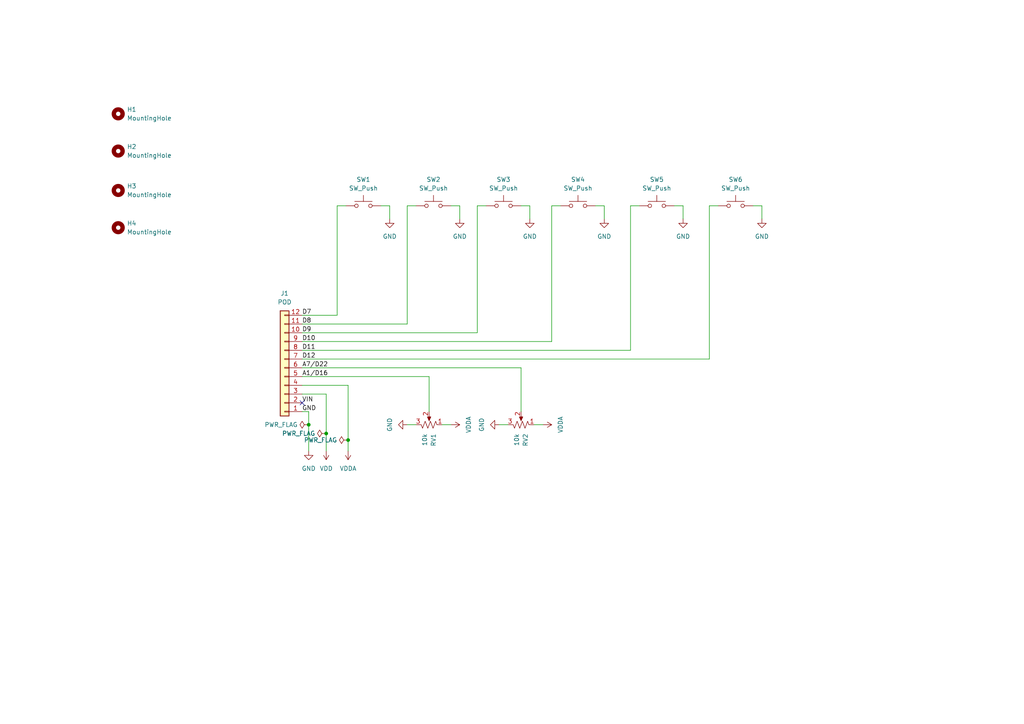
<source format=kicad_sch>
(kicad_sch (version 20230121) (generator eeschema)
  (paper "A4")
  (title_block (title "E/S pod basic expander") (date "2023-08-31") (rev "1"))
  (lib_symbols
    (symbol "Connector_Generic:Conn_01x12" (pin_names (offset 1.016) hide)
      (property "Reference" "J" (at 0 15.24 0))
      (property "Value" "Conn_01x12" (at 0 -17.78 0))
      (symbol "Conn_01x12_1_1"
        (rectangle (start -1.27 -15.113) (end 0 -15.367) (stroke (width 0.1524)))
        (rectangle (start -1.27 -12.573) (end 0 -12.827) (stroke (width 0.1524)))
        (rectangle (start -1.27 -10.033) (end 0 -10.287) (stroke (width 0.1524)))
        (rectangle (start -1.27 -7.493) (end 0 -7.747) (stroke (width 0.1524)))
        (rectangle (start -1.27 -4.953) (end 0 -5.207) (stroke (width 0.1524)))
        (rectangle (start -1.27 -2.413) (end 0 -2.667) (stroke (width 0.1524)))
        (rectangle (start -1.27 0.127) (end 0 -0.127) (stroke (width 0.1524)))
        (rectangle (start -1.27 2.667) (end 0 2.413) (stroke (width 0.1524)))
        (rectangle (start -1.27 5.207) (end 0 4.953) (stroke (width 0.1524)))
        (rectangle (start -1.27 7.747) (end 0 7.493) (stroke (width 0.1524)))
        (rectangle (start -1.27 10.287) (end 0 10.033) (stroke (width 0.1524)))
        (rectangle (start -1.27 12.827) (end 0 12.573) (stroke (width 0.1524)))
        (rectangle (start -1.27 13.97) (end 1.27 -16.51) (stroke (width 0.254)) (fill (type background)))
        (pin passive line (at -5.08 12.7 0) (length 3.81) (name "Pin_1") (number "1"))
        (pin passive line (at -5.08 -10.16 0) (length 3.81) (name "Pin_10") (number "10"))
        (pin passive line (at -5.08 -12.7 0) (length 3.81) (name "Pin_11") (number "11"))
        (pin passive line (at -5.08 -15.24 0) (length 3.81) (name "Pin_12") (number "12"))
        (pin passive line (at -5.08 10.16 0) (length 3.81) (name "Pin_2") (number "2"))
        (pin passive line (at -5.08 7.62 0) (length 3.81) (name "Pin_3") (number "3"))
        (pin passive line (at -5.08 5.08 0) (length 3.81) (name "Pin_4") (number "4"))
        (pin passive line (at -5.08 2.54 0) (length 3.81) (name "Pin_5") (number "5"))
        (pin passive line (at -5.08 0 0) (length 3.81) (name "Pin_6") (number "6"))
        (pin passive line (at -5.08 -2.54 0) (length 3.81) (name "Pin_7") (number "7"))
        (pin passive line (at -5.08 -5.08 0) (length 3.81) (name "Pin_8") (number "8"))
        (pin passive line (at -5.08 -7.62 0) (length 3.81) (name "Pin_9") (number "9"))
      )
    )
    (symbol "Device:R_Potentiometer_US" (pin_names (offset 1.016) hide)
      (property "Reference" "RV" (at -4.445 0 90))
      (property "Value" "R_Potentiometer_US" (at -2.54 0 90))
      (symbol "R_Potentiometer_US_0_1"
        (polyline (pts (xy 0 -2.286) (xy 0 -2.54)))
        (polyline (pts (xy 0 2.54) (xy 0 2.286)))
        (polyline (pts (xy 2.54 0) (xy 1.524 0)))
        (polyline (pts (xy 1.143 0) (xy 2.286 0.508) (xy 2.286 -0.508) (xy 1.143 0)) (fill (type outline)))
        (polyline (pts (xy 0 -0.762) (xy 1.016 -1.143) (xy 0 -1.524) (xy -1.016 -1.905) (xy 0 -2.286)))
        (polyline (pts (xy 0 0.762) (xy 1.016 0.381) (xy 0 0) (xy -1.016 -0.381) (xy 0 -0.762)))
        (polyline (pts (xy 0 2.286) (xy 1.016 1.905) (xy 0 1.524) (xy -1.016 1.143) (xy 0 0.762)))
      )
      (symbol "R_Potentiometer_US_1_1"
        (pin passive line (at 0 3.81 270) (length 1.27) (name "1") (number "1"))
        (pin passive line (at 3.81 0 180) (length 1.27) (name "2") (number "2"))
        (pin passive line (at 0 -3.81 90) (length 1.27) (name "3") (number "3"))
      )
    )
    (symbol "Mechanical:MountingHole" (pin_names (offset 1.016))
      (property "Reference" "H" (at 0 5.08 0))
      (property "Value" "MountingHole" (at 0 3.175 0))
      (symbol "MountingHole_0_1"
        (circle (center 0 0) (radius 1.27) (stroke (width 1.27)))
      )
    )
    (symbol "Switch:SW_Push" (pin_numbers hide) (pin_names (offset 1.016) hide)
      (property "Reference" "SW" (at 1.27 2.54 0))
      (property "Value" "SW_Push" (at 0 -1.524 0))
      (symbol "SW_Push_0_1"
        (circle (center -2.032 0) (radius 0.508))
        (polyline (pts (xy 0 1.27) (xy 0 3.048)))
        (polyline (pts (xy 2.54 1.27) (xy -2.54 1.27)))
        (circle (center 2.032 0) (radius 0.508))
        (pin passive line (at -5.08 0 0) (length 2.54) (name "1") (number "1"))
        (pin passive line (at 5.08 0 180) (length 2.54) (name "2") (number "2"))
      )
    )
    (symbol "power:GND" (power) (pin_names (offset 0))
      (property "Value" "GND" (at 0 -3.81 0))
      (symbol "GND_0_1"
        (polyline (pts (xy 0 0) (xy 0 -1.27) (xy 1.27 -1.27) (xy 0 -2.54) (xy -1.27 -1.27) (xy 0 -1.27)))
      )
      (symbol "GND_1_1"
        (pin power_in line (at 0 0 270) (length 0) hide (name "GND") (number "1"))
      )
    )
    (symbol "power:PWR_FLAG" (power) (pin_numbers hide) (pin_names (offset 0) hide)
      (property "Value" "PWR_FLAG" (at 0 3.81 0))
      (symbol "PWR_FLAG_0_0"
        (pin power_out line (at 0 0 90) (length 0) (name "pwr") (number "1"))
      )
      (symbol "PWR_FLAG_0_1"
        (polyline (pts (xy 0 0) (xy 0 1.27) (xy -1.016 1.905) (xy 0 2.54) (xy 1.016 1.905) (xy 0 1.27)))
      )
    )
    (symbol "power:VDD" (power) (pin_names (offset 0))
      (property "Value" "VDD" (at 0 3.81 0))
      (symbol "VDD_0_1"
        (polyline (pts (xy -0.762 1.27) (xy 0 2.54)))
        (polyline (pts (xy 0 0) (xy 0 2.54)))
        (polyline (pts (xy 0 2.54) (xy 0.762 1.27)))
      )
      (symbol "VDD_1_1"
        (pin power_in line (at 0 0 90) (length 0) hide (name "VDD") (number "1"))
      )
    )
    (symbol "power:VDDA" (power) (pin_names (offset 0))
      (property "Value" "VDDA" (at 0 3.81 0))
      (symbol "VDDA_0_1"
        (polyline (pts (xy -0.762 1.27) (xy 0 2.54)))
        (polyline (pts (xy 0 0) (xy 0 2.54)))
        (polyline (pts (xy 0 2.54) (xy 0.762 1.27)))
      )
      (symbol "VDDA_1_1"
        (pin power_in line (at 0 0 90) (length 0) hide (name "VDDA") (number "1"))
      )
    )
  )
  (junction (at 89.535 123.19))
  (junction (at 100.965 127.635))
  (junction (at 94.615 125.73))
  (no_connect (at 87.63 116.84))
  (wire (pts (xy 97.79 59.69) (xy 100.33 59.69)))
  (wire (pts (xy 182.88 59.69) (xy 185.42 59.69)))
  (wire (pts (xy 198.12 59.69) (xy 198.12 63.5)))
  (wire (pts (xy 87.63 96.52) (xy 138.43 96.52)))
  (wire (pts (xy 100.965 127.635) (xy 100.965 111.76)))
  (wire (pts (xy 87.63 93.98) (xy 118.11 93.98)))
  (wire (pts (xy 160.02 59.69) (xy 160.02 99.06)))
  (wire (pts (xy 220.98 59.69) (xy 220.98 63.5)))
  (wire (pts (xy 118.11 59.69) (xy 118.11 93.98)))
  (wire (pts (xy 218.44 59.69) (xy 220.98 59.69)))
  (wire (pts (xy 151.13 59.69) (xy 153.67 59.69)))
  (wire (pts (xy 133.35 59.69) (xy 133.35 63.5)))
  (wire (pts (xy 157.48 123.19) (xy 154.94 123.19)))
  (wire (pts (xy 205.74 59.69) (xy 208.28 59.69)))
  (wire (pts (xy 89.535 123.19) (xy 89.535 119.38)))
  (wire (pts (xy 89.535 130.81) (xy 89.535 123.19)))
  (wire (pts (xy 89.535 119.38) (xy 87.63 119.38)))
  (wire (pts (xy 94.615 114.3) (xy 87.63 114.3)))
  (wire (pts (xy 124.46 119.38) (xy 124.46 109.22)))
  (wire (pts (xy 97.79 59.69) (xy 97.79 91.44)))
  (wire (pts (xy 87.63 91.44) (xy 97.79 91.44)))
  (wire (pts (xy 160.02 59.69) (xy 162.56 59.69)))
  (wire (pts (xy 138.43 59.69) (xy 138.43 96.52)))
  (wire (pts (xy 100.965 130.81) (xy 100.965 127.635)))
  (wire (pts (xy 138.43 59.69) (xy 140.97 59.69)))
  (wire (pts (xy 94.615 125.73) (xy 94.615 130.81)))
  (wire (pts (xy 151.13 119.38) (xy 151.13 106.68)))
  (wire (pts (xy 110.49 59.69) (xy 113.03 59.69)))
  (wire (pts (xy 205.74 59.69) (xy 205.74 104.14)))
  (wire (pts (xy 182.88 59.69) (xy 182.88 101.6)))
  (wire (pts (xy 94.615 125.73) (xy 94.615 114.3)))
  (wire (pts (xy 147.32 123.19) (xy 144.78 123.19)))
  (wire (pts (xy 172.72 59.69) (xy 175.26 59.69)))
  (wire (pts (xy 175.26 59.69) (xy 175.26 63.5)))
  (wire (pts (xy 100.965 111.76) (xy 87.63 111.76)))
  (wire (pts (xy 130.81 123.19) (xy 128.27 123.19)))
  (wire (pts (xy 87.63 99.06) (xy 160.02 99.06)))
  (wire (pts (xy 120.65 123.19) (xy 118.11 123.19)))
  (wire (pts (xy 151.13 106.68) (xy 87.63 106.68)))
  (wire (pts (xy 118.11 59.69) (xy 120.65 59.69)))
  (wire (pts (xy 195.58 59.69) (xy 198.12 59.69)))
  (wire (pts (xy 124.46 109.22) (xy 87.63 109.22)))
  (wire (pts (xy 182.88 101.6) (xy 87.63 101.6)))
  (wire (pts (xy 153.67 59.69) (xy 153.67 63.5)))
  (wire (pts (xy 205.74 104.14) (xy 87.63 104.14)))
  (wire (pts (xy 130.81 59.69) (xy 133.35 59.69)))
  (wire (pts (xy 113.03 59.69) (xy 113.03 63.5)))
  (label "D7" (at 87.63 91.44 0))
  (label "VIN" (at 87.63 116.84 0))
  (label "D8" (at 87.63 93.98 0))
  (label "D9" (at 87.63 96.52 0))
  (label "D11" (at 87.63 101.6 0))
  (label "D10" (at 87.63 99.06 0))
  (label "A7{slash}D22" (at 87.63 106.68 0))
  (label "D12" (at 87.63 104.14 0))
  (label "GND" (at 87.63 119.38 0))
  (label "A1{slash}D16" (at 87.63 109.22 0))
  (symbol (lib_id "power:PWR_FLAG") (at 94.615 125.73 90) (unit 1)
    (property "Reference" "#FLG02" (effects hide))
    (property "Value" "PWR_FLAG" (at 91.44 125.73 90) (effects (justify left)))
  )
  (symbol (lib_id "Mechanical:MountingHole") (at 34.29 33.02 0) (unit 1)
    (property "Reference" "H1" (at 36.83 31.75 0) (effects (justify left)))
    (property "Value" "MountingHole" (at 36.83 34.29 0) (effects (justify left)))
    (property "Footprint" "MountingHole:MountingHole_2.2mm_M2" (effects hide))
  )
  (symbol (lib_id "power:GND") (at 89.535 130.81 0) (unit 1)
    (property "Reference" "#PWR06" (effects hide))
    (property "Value" "GND" (at 89.535 135.89 0))
  )
  (symbol (lib_id "power:GND") (at 198.12 63.5 0) (unit 1)
    (property "Reference" "#PWR012" (effects hide))
    (property "Value" "GND" (at 198.12 68.58 0))
  )
  (symbol (lib_id "power:GND") (at 175.26 63.5 0) (unit 1)
    (property "Reference" "#PWR011" (effects hide))
    (property "Value" "GND" (at 175.26 68.58 0))
  )
  (symbol (lib_id "Switch:SW_Push") (at 105.41 59.69 0) (unit 1)
    (property "Reference" "SW1" (at 105.41 52.07 0))
    (property "Value" "SW_Push" (at 105.41 54.61 0))
    (property "Footprint" "Button_Switch_THT:SW_PUSH_6mm" (effects hide))
  )
  (symbol (lib_id "Switch:SW_Push") (at 167.64 59.69 0) (unit 1)
    (property "Reference" "SW4" (at 167.64 52.07 0))
    (property "Value" "SW_Push" (at 167.64 54.61 0))
    (property "Footprint" "Button_Switch_THT:SW_PUSH_6mm" (effects hide))
  )
  (symbol (lib_id "power:GND") (at 144.78 123.19 270) (unit 1)
    (property "Reference" "#PWR03" (effects hide))
    (property "Value" "GND" (at 139.7 123.19 0))
  )
  (symbol (lib_id "power:GND") (at 153.67 63.5 0) (unit 1)
    (property "Reference" "#PWR08" (effects hide))
    (property "Value" "GND" (at 153.67 68.58 0))
  )
  (symbol (lib_id "Switch:SW_Push") (at 146.05 59.69 0) (unit 1)
    (property "Reference" "SW3" (at 146.05 52.07 0))
    (property "Value" "SW_Push" (at 146.05 54.61 0))
    (property "Footprint" "Button_Switch_THT:SW_PUSH_6mm" (effects hide))
  )
  (symbol (lib_id "Device:R_Potentiometer_US") (at 124.46 123.19 270) (mirror x) (unit 1)
    (property "Reference" "RV1" (at 125.73 125.73 0) (effects (justify right)))
    (property "Value" "10k" (at 123.19 125.73 0) (effects (justify right)))
    (property "Footprint" "Potentiometer_THT:Potentiometer_Alpha_RD901F-40-00D_Single_Vertical" (effects hide))
  )
  (symbol (lib_id "Switch:SW_Push") (at 190.5 59.69 0) (unit 1)
    (property "Reference" "SW5" (at 190.5 52.07 0))
    (property "Value" "SW_Push" (at 190.5 54.61 0))
    (property "Footprint" "Button_Switch_THT:SW_PUSH_6mm" (effects hide))
  )
  (symbol (lib_id "power:GND") (at 133.35 63.5 0) (unit 1)
    (property "Reference" "#PWR02" (effects hide))
    (property "Value" "GND" (at 133.35 68.58 0))
  )
  (symbol (lib_id "Device:R_Potentiometer_US") (at 151.13 123.19 270) (mirror x) (unit 1)
    (property "Reference" "RV2" (at 152.4 125.73 0) (effects (justify right)))
    (property "Value" "10k" (at 149.86 125.73 0) (effects (justify right)))
    (property "Footprint" "Potentiometer_THT:Potentiometer_Alpha_RD901F-40-00D_Single_Vertical" (effects hide))
  )
  (symbol (lib_id "power:GND") (at 113.03 63.5 0) (unit 1)
    (property "Reference" "#PWR05" (effects hide))
    (property "Value" "GND" (at 113.03 68.58 0))
  )
  (symbol (lib_id "power:GND") (at 220.98 63.5 0) (unit 1)
    (property "Reference" "#PWR013" (effects hide))
    (property "Value" "GND" (at 220.98 68.58 0))
  )
  (symbol (lib_id "Connector_Generic:Conn_01x12") (at 82.55 106.68 180) (unit 1)
    (property "Reference" "J1" (at 82.55 85.09 0))
    (property "Value" "POD" (at 82.55 87.63 0))
    (property "Footprint" "Connector_PinHeader_2.54mm:PinHeader_1x12_P2.54mm_Vertical" (effects hide))
  )
  (symbol (lib_id "power:VDDA") (at 157.48 123.19 270) (unit 1)
    (property "Reference" "#PWR01" (effects hide))
    (property "Value" "VDDA" (at 162.56 123.19 0))
  )
  (symbol (lib_id "Mechanical:MountingHole") (at 34.29 66.04 0) (unit 1)
    (property "Reference" "H4" (at 36.83 64.77 0) (effects (justify left)))
    (property "Value" "MountingHole" (at 36.83 67.31 0) (effects (justify left)))
    (property "Footprint" "MountingHole:MountingHole_2.2mm_M2" (effects hide))
  )
  (symbol (lib_id "Mechanical:MountingHole") (at 34.29 55.245 0) (unit 1)
    (property "Reference" "H3" (at 36.83 53.975 0) (effects (justify left)))
    (property "Value" "MountingHole" (at 36.83 56.515 0) (effects (justify left)))
    (property "Footprint" "MountingHole:MountingHole_2.2mm_M2" (effects hide))
  )
  (symbol (lib_id "Mechanical:MountingHole") (at 34.29 43.815 0) (unit 1)
    (property "Reference" "H2" (at 36.83 42.545 0) (effects (justify left)))
    (property "Value" "MountingHole" (at 36.83 45.085 0) (effects (justify left)))
    (property "Footprint" "MountingHole:MountingHole_2.2mm_M2" (effects hide))
  )
  (symbol (lib_id "power:VDDA") (at 100.965 130.81 180) (unit 1)
    (property "Reference" "#PWR09" (effects hide))
    (property "Value" "VDDA" (at 100.965 135.89 0))
  )
  (symbol (lib_id "Switch:SW_Push") (at 213.36 59.69 0) (unit 1)
    (property "Reference" "SW6" (at 213.36 52.07 0))
    (property "Value" "SW_Push" (at 213.36 54.61 0))
    (property "Footprint" "Button_Switch_THT:SW_PUSH_6mm" (effects hide))
  )
  (symbol (lib_id "power:PWR_FLAG") (at 100.965 127.635 90) (unit 1)
    (property "Reference" "#FLG03" (effects hide))
    (property "Value" "PWR_FLAG" (at 97.79 127.635 90) (effects (justify left)))
  )
  (symbol (lib_id "power:GND") (at 118.11 123.19 270) (unit 1)
    (property "Reference" "#PWR04" (effects hide))
    (property "Value" "GND" (at 113.03 123.19 0))
  )
  (symbol (lib_id "power:VDDA") (at 130.81 123.19 270) (unit 1)
    (property "Reference" "#PWR010" (effects hide))
    (property "Value" "VDDA" (at 135.89 123.19 0))
  )
  (symbol (lib_id "power:PWR_FLAG") (at 89.535 123.19 90) (unit 1)
    (property "Reference" "#FLG01" (effects hide))
    (property "Value" "PWR_FLAG" (at 86.36 123.19 90) (effects (justify left)))
  )
  (symbol (lib_id "power:VDD") (at 94.615 130.81 180) (unit 1)
    (property "Reference" "#PWR07" (effects hide))
    (property "Value" "VDD" (at 94.615 135.89 0))
  )
  (symbol (lib_id "Switch:SW_Push") (at 125.73 59.69 0) (unit 1)
    (property "Reference" "SW2" (at 125.73 52.07 0))
    (property "Value" "SW_Push" (at 125.73 54.61 0))
    (property "Footprint" "Button_Switch_THT:SW_PUSH_6mm" (effects hide))
  )
)
</source>
